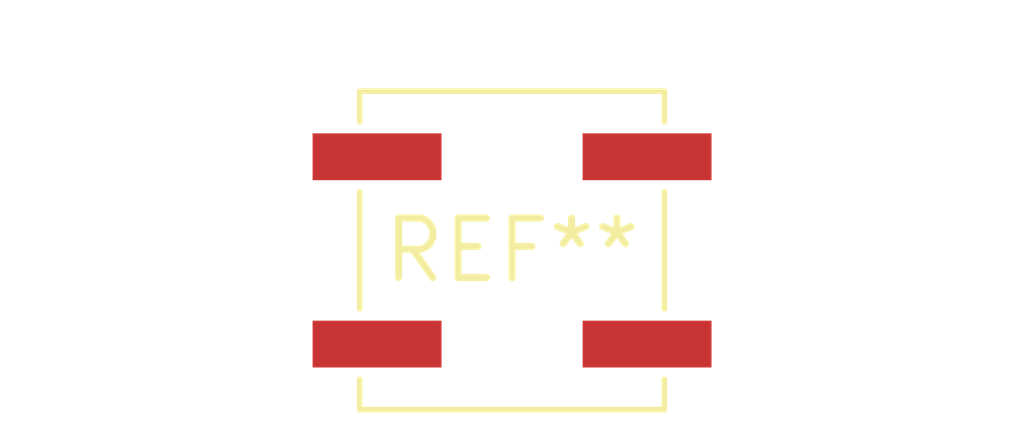
<source format=kicad_pcb>
(kicad_pcb (version 20240108) (generator pcbnew)
  (layers (0 "F.Cu" signal) (31 "B.Cu" signal) (34 "B.Paste" user) (35 "F.Paste" user) (36 "B.SilkS" user "B.Silkscreen") (37 "F.SilkS" user "F.Silkscreen") (38 "B.Mask" user) (39 "F.Mask" user) (44 "Edge.Cuts" user))
  (net 0 "")
  (footprint "SW_SPST_B3SL-1022P" (layer "F.Cu") (at 0 0)
    (property "Reference" "REF**")
    (property "Value" "SW_SPST_B3SL-1022P")
    (fp_line (start -3.25 -3.4) (end -3.25 -2.75) (layer "F.SilkS") (stroke (width 0.12)))
    (fp_line (start -3.25 -1.25) (end -3.25 1.25) (layer "F.SilkS") (stroke (width 0.12)))
    (fp_line (start -3.25 3.4) (end -3.25 2.75) (layer "F.SilkS") (stroke (width 0.12)))
    (fp_line (start 3.25 -3.4) (end -3.25 -3.4) (layer "F.SilkS") (stroke (width 0.12)))
    (fp_line (start 3.25 -2.75) (end 3.25 -3.4) (layer "F.SilkS") (stroke (width 0.12)))
    (fp_line (start 3.25 -1.25) (end 3.25 1.25) (layer "F.SilkS") (stroke (width 0.12)))
    (fp_line (start 3.25 2.75) (end 3.25 3.4) (layer "F.SilkS") (stroke (width 0.12)))
    (fp_line (start 3.25 3.4) (end -3.25 3.4) (layer "F.SilkS") (stroke (width 0.12)))
    (pad "1" smd rect (at -2.88 -2) (size 2.75 1) (layers "F.Cu" "F.Paste" "F.Mask"))
    (pad "1" smd rect (at 2.88 -2) (size 2.75 1) (layers "F.Cu" "F.Paste" "F.Mask"))
    (pad "2" smd rect (at -2.88 2) (size 2.75 1) (layers "F.Cu" "F.Paste" "F.Mask"))
    (pad "2" smd rect (at 2.88 2) (size 2.75 1) (layers "F.Cu" "F.Paste" "F.Mask"))
  )
)
</source>
